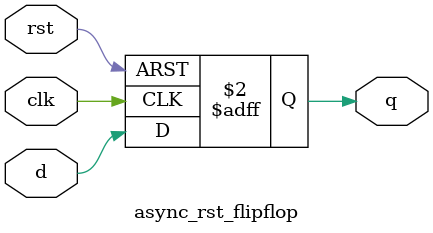
<source format=v>
module async_rst_flipflop (

input wire clk,

// Clock input

input wire rst,

// Asynchronous reset (active high)

input wire d,

// Data input

output reg q

// Output

);

always @(posedge clk or posedge rst) begin

if (rst)

q <= 1'b0;

// Immediately reset output to 0

else

q <= d;

// Otherwise, capture data input on clock edge

end

endmodule

</source>
